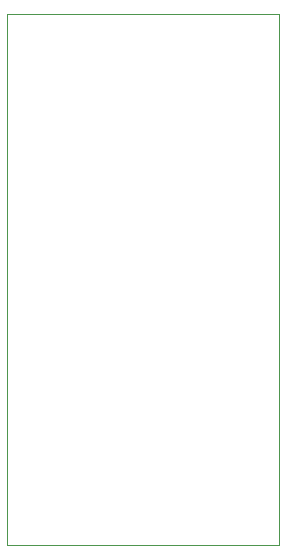
<source format=gm1>
G04 #@! TF.GenerationSoftware,KiCad,Pcbnew,(6.0.8)*
G04 #@! TF.CreationDate,2023-01-26T09:35:14-06:00*
G04 #@! TF.ProjectId,flexible_connector,666c6578-6962-46c6-955f-636f6e6e6563,rev?*
G04 #@! TF.SameCoordinates,Original*
G04 #@! TF.FileFunction,Profile,NP*
%FSLAX46Y46*%
G04 Gerber Fmt 4.6, Leading zero omitted, Abs format (unit mm)*
G04 Created by KiCad (PCBNEW (6.0.8)) date 2023-01-26 09:35:14*
%MOMM*%
%LPD*%
G01*
G04 APERTURE LIST*
G04 #@! TA.AperFunction,Profile*
%ADD10C,0.100000*%
G04 #@! TD*
G04 APERTURE END LIST*
D10*
X180700000Y-98500000D02*
X180700000Y-53500000D01*
X180700000Y-53500000D02*
X157700000Y-53500000D01*
X157700000Y-53500000D02*
X157700000Y-98500000D01*
X157700000Y-98500000D02*
X180700000Y-98500000D01*
M02*

</source>
